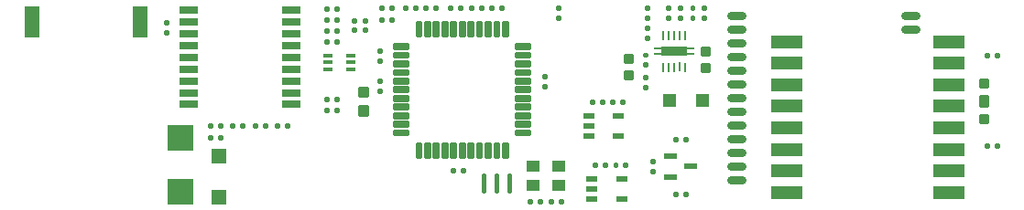
<source format=gtp>
G04 EAGLE Gerber RS-274X export*
G75*
%MOMM*%
%FSLAX34Y34*%
%LPD*%
%INTop Paste*%
%IPPOS*%
%AMOC8*
5,1,8,0,0,1.08239X$1,22.5*%
G01*
%ADD10C,0.250000*%
%ADD11C,0.800000*%
%ADD12C,0.320000*%
%ADD13C,0.450000*%
%ADD14C,0.300000*%
%ADD15R,1.400000X3.000000*%
%ADD16R,1.800000X0.700000*%
%ADD17R,1.800000X0.800000*%
%ADD18R,2.400000X2.400000*%
%ADD19R,1.400000X1.400000*%
%ADD20R,0.700000X0.280000*%
%ADD21R,2.387600X0.863600*%
%ADD22R,0.248919X0.805181*%
%ADD23C,0.222250*%
%ADD24R,1.300000X1.300000*%
%ADD25R,0.812800X0.355600*%
%ADD26R,1.200000X1.100000*%
%ADD27R,0.977900X0.508000*%
%ADD28R,3.000000X1.200000*%
%ADD29R,1.200000X0.600000*%


D10*
X412315Y40620D02*
X414815Y40620D01*
X414815Y38120D01*
X412315Y38120D01*
X412315Y40620D01*
X412315Y40495D02*
X414815Y40495D01*
X405565Y40620D02*
X403065Y40620D01*
X405565Y40620D02*
X405565Y38120D01*
X403065Y38120D01*
X403065Y40620D01*
X403065Y40495D02*
X405565Y40495D01*
D11*
X661384Y30752D02*
X671384Y30752D01*
X671384Y183152D02*
X661384Y183152D01*
X821884Y183152D02*
X831884Y183152D01*
X831884Y170452D02*
X821884Y170452D01*
X671384Y43452D02*
X661384Y43452D01*
X661384Y56152D02*
X671384Y56152D01*
X671384Y68852D02*
X661384Y68852D01*
X661384Y81552D02*
X671384Y81552D01*
X671384Y94252D02*
X661384Y94252D01*
X661384Y106952D02*
X671384Y106952D01*
X671384Y119752D02*
X661384Y119752D01*
X661384Y132352D02*
X671384Y132352D01*
X671384Y144952D02*
X661384Y144952D01*
X661384Y157652D02*
X671384Y157652D01*
X671384Y170452D02*
X661384Y170452D01*
D12*
X371150Y63900D02*
X371150Y52100D01*
X371150Y63900D02*
X374350Y63900D01*
X374350Y52100D01*
X371150Y52100D01*
X371150Y55140D02*
X374350Y55140D01*
X374350Y58180D02*
X371150Y58180D01*
X371150Y61220D02*
X374350Y61220D01*
X379150Y63900D02*
X379150Y52100D01*
X379150Y63900D02*
X382350Y63900D01*
X382350Y52100D01*
X379150Y52100D01*
X379150Y55140D02*
X382350Y55140D01*
X382350Y58180D02*
X379150Y58180D01*
X379150Y61220D02*
X382350Y61220D01*
X387150Y63900D02*
X387150Y52100D01*
X387150Y63900D02*
X390350Y63900D01*
X390350Y52100D01*
X387150Y52100D01*
X387150Y55140D02*
X390350Y55140D01*
X390350Y58180D02*
X387150Y58180D01*
X387150Y61220D02*
X390350Y61220D01*
X395150Y63900D02*
X395150Y52100D01*
X395150Y63900D02*
X398350Y63900D01*
X398350Y52100D01*
X395150Y52100D01*
X395150Y55140D02*
X398350Y55140D01*
X398350Y58180D02*
X395150Y58180D01*
X395150Y61220D02*
X398350Y61220D01*
X403150Y63900D02*
X403150Y52100D01*
X403150Y63900D02*
X406350Y63900D01*
X406350Y52100D01*
X403150Y52100D01*
X403150Y55140D02*
X406350Y55140D01*
X406350Y58180D02*
X403150Y58180D01*
X403150Y61220D02*
X406350Y61220D01*
X411150Y63900D02*
X411150Y52100D01*
X411150Y63900D02*
X414350Y63900D01*
X414350Y52100D01*
X411150Y52100D01*
X411150Y55140D02*
X414350Y55140D01*
X414350Y58180D02*
X411150Y58180D01*
X411150Y61220D02*
X414350Y61220D01*
X419150Y63900D02*
X419150Y52100D01*
X419150Y63900D02*
X422350Y63900D01*
X422350Y52100D01*
X419150Y52100D01*
X419150Y55140D02*
X422350Y55140D01*
X422350Y58180D02*
X419150Y58180D01*
X419150Y61220D02*
X422350Y61220D01*
X427150Y63900D02*
X427150Y52100D01*
X427150Y63900D02*
X430350Y63900D01*
X430350Y52100D01*
X427150Y52100D01*
X427150Y55140D02*
X430350Y55140D01*
X430350Y58180D02*
X427150Y58180D01*
X427150Y61220D02*
X430350Y61220D01*
X435150Y63900D02*
X435150Y52100D01*
X435150Y63900D02*
X438350Y63900D01*
X438350Y52100D01*
X435150Y52100D01*
X435150Y55140D02*
X438350Y55140D01*
X438350Y58180D02*
X435150Y58180D01*
X435150Y61220D02*
X438350Y61220D01*
X443150Y63900D02*
X443150Y52100D01*
X443150Y63900D02*
X446350Y63900D01*
X446350Y52100D01*
X443150Y52100D01*
X443150Y55140D02*
X446350Y55140D01*
X446350Y58180D02*
X443150Y58180D01*
X443150Y61220D02*
X446350Y61220D01*
X451150Y63900D02*
X451150Y52100D01*
X451150Y63900D02*
X454350Y63900D01*
X454350Y52100D01*
X451150Y52100D01*
X451150Y55140D02*
X454350Y55140D01*
X454350Y58180D02*
X451150Y58180D01*
X451150Y61220D02*
X454350Y61220D01*
X463150Y72700D02*
X474950Y72700D01*
X463150Y72700D02*
X463150Y75900D01*
X474950Y75900D01*
X474950Y72700D01*
X474950Y75740D02*
X463150Y75740D01*
X463150Y80700D02*
X474950Y80700D01*
X463150Y80700D02*
X463150Y83900D01*
X474950Y83900D01*
X474950Y80700D01*
X474950Y83740D02*
X463150Y83740D01*
X463150Y88700D02*
X474950Y88700D01*
X463150Y88700D02*
X463150Y91900D01*
X474950Y91900D01*
X474950Y88700D01*
X474950Y91740D02*
X463150Y91740D01*
X463150Y96700D02*
X474950Y96700D01*
X463150Y96700D02*
X463150Y99900D01*
X474950Y99900D01*
X474950Y96700D01*
X474950Y99740D02*
X463150Y99740D01*
X463150Y104700D02*
X474950Y104700D01*
X463150Y104700D02*
X463150Y107900D01*
X474950Y107900D01*
X474950Y104700D01*
X474950Y107740D02*
X463150Y107740D01*
X463150Y112700D02*
X474950Y112700D01*
X463150Y112700D02*
X463150Y115900D01*
X474950Y115900D01*
X474950Y112700D01*
X474950Y115740D02*
X463150Y115740D01*
X463150Y120700D02*
X474950Y120700D01*
X463150Y120700D02*
X463150Y123900D01*
X474950Y123900D01*
X474950Y120700D01*
X474950Y123740D02*
X463150Y123740D01*
X463150Y128700D02*
X474950Y128700D01*
X463150Y128700D02*
X463150Y131900D01*
X474950Y131900D01*
X474950Y128700D01*
X474950Y131740D02*
X463150Y131740D01*
X463150Y136700D02*
X474950Y136700D01*
X463150Y136700D02*
X463150Y139900D01*
X474950Y139900D01*
X474950Y136700D01*
X474950Y139740D02*
X463150Y139740D01*
X463150Y144700D02*
X474950Y144700D01*
X463150Y144700D02*
X463150Y147900D01*
X474950Y147900D01*
X474950Y144700D01*
X474950Y147740D02*
X463150Y147740D01*
X463150Y152700D02*
X474950Y152700D01*
X463150Y152700D02*
X463150Y155900D01*
X474950Y155900D01*
X474950Y152700D01*
X474950Y155740D02*
X463150Y155740D01*
X454350Y164700D02*
X454350Y176500D01*
X454350Y164700D02*
X451150Y164700D01*
X451150Y176500D01*
X454350Y176500D01*
X454350Y167740D02*
X451150Y167740D01*
X451150Y170780D02*
X454350Y170780D01*
X454350Y173820D02*
X451150Y173820D01*
X446350Y176500D02*
X446350Y164700D01*
X443150Y164700D01*
X443150Y176500D01*
X446350Y176500D01*
X446350Y167740D02*
X443150Y167740D01*
X443150Y170780D02*
X446350Y170780D01*
X446350Y173820D02*
X443150Y173820D01*
X438350Y176500D02*
X438350Y164700D01*
X435150Y164700D01*
X435150Y176500D01*
X438350Y176500D01*
X438350Y167740D02*
X435150Y167740D01*
X435150Y170780D02*
X438350Y170780D01*
X438350Y173820D02*
X435150Y173820D01*
X430350Y176500D02*
X430350Y164700D01*
X427150Y164700D01*
X427150Y176500D01*
X430350Y176500D01*
X430350Y167740D02*
X427150Y167740D01*
X427150Y170780D02*
X430350Y170780D01*
X430350Y173820D02*
X427150Y173820D01*
X422350Y176500D02*
X422350Y164700D01*
X419150Y164700D01*
X419150Y176500D01*
X422350Y176500D01*
X422350Y167740D02*
X419150Y167740D01*
X419150Y170780D02*
X422350Y170780D01*
X422350Y173820D02*
X419150Y173820D01*
X414350Y176500D02*
X414350Y164700D01*
X411150Y164700D01*
X411150Y176500D01*
X414350Y176500D01*
X414350Y167740D02*
X411150Y167740D01*
X411150Y170780D02*
X414350Y170780D01*
X414350Y173820D02*
X411150Y173820D01*
X406350Y176500D02*
X406350Y164700D01*
X403150Y164700D01*
X403150Y176500D01*
X406350Y176500D01*
X406350Y167740D02*
X403150Y167740D01*
X403150Y170780D02*
X406350Y170780D01*
X406350Y173820D02*
X403150Y173820D01*
X398350Y176500D02*
X398350Y164700D01*
X395150Y164700D01*
X395150Y176500D01*
X398350Y176500D01*
X398350Y167740D02*
X395150Y167740D01*
X395150Y170780D02*
X398350Y170780D01*
X398350Y173820D02*
X395150Y173820D01*
X390350Y176500D02*
X390350Y164700D01*
X387150Y164700D01*
X387150Y176500D01*
X390350Y176500D01*
X390350Y167740D02*
X387150Y167740D01*
X387150Y170780D02*
X390350Y170780D01*
X390350Y173820D02*
X387150Y173820D01*
X382350Y176500D02*
X382350Y164700D01*
X379150Y164700D01*
X379150Y176500D01*
X382350Y176500D01*
X382350Y167740D02*
X379150Y167740D01*
X379150Y170780D02*
X382350Y170780D01*
X382350Y173820D02*
X379150Y173820D01*
X374350Y176500D02*
X374350Y164700D01*
X371150Y164700D01*
X371150Y176500D01*
X374350Y176500D01*
X374350Y167740D02*
X371150Y167740D01*
X371150Y170780D02*
X374350Y170780D01*
X374350Y173820D02*
X371150Y173820D01*
X362350Y155900D02*
X350550Y155900D01*
X362350Y155900D02*
X362350Y152700D01*
X350550Y152700D01*
X350550Y155900D01*
X350550Y155740D02*
X362350Y155740D01*
X362350Y147900D02*
X350550Y147900D01*
X362350Y147900D02*
X362350Y144700D01*
X350550Y144700D01*
X350550Y147900D01*
X350550Y147740D02*
X362350Y147740D01*
X362350Y139900D02*
X350550Y139900D01*
X362350Y139900D02*
X362350Y136700D01*
X350550Y136700D01*
X350550Y139900D01*
X350550Y139740D02*
X362350Y139740D01*
X362350Y131900D02*
X350550Y131900D01*
X362350Y131900D02*
X362350Y128700D01*
X350550Y128700D01*
X350550Y131900D01*
X350550Y131740D02*
X362350Y131740D01*
X362350Y123900D02*
X350550Y123900D01*
X362350Y123900D02*
X362350Y120700D01*
X350550Y120700D01*
X350550Y123900D01*
X350550Y123740D02*
X362350Y123740D01*
X362350Y115900D02*
X350550Y115900D01*
X362350Y115900D02*
X362350Y112700D01*
X350550Y112700D01*
X350550Y115900D01*
X350550Y115740D02*
X362350Y115740D01*
X362350Y107900D02*
X350550Y107900D01*
X362350Y107900D02*
X362350Y104700D01*
X350550Y104700D01*
X350550Y107900D01*
X350550Y107740D02*
X362350Y107740D01*
X362350Y99900D02*
X350550Y99900D01*
X362350Y99900D02*
X362350Y96700D01*
X350550Y96700D01*
X350550Y99900D01*
X350550Y99740D02*
X362350Y99740D01*
X362350Y91900D02*
X350550Y91900D01*
X362350Y91900D02*
X362350Y88700D01*
X350550Y88700D01*
X350550Y91900D01*
X350550Y91740D02*
X362350Y91740D01*
X362350Y83900D02*
X350550Y83900D01*
X362350Y83900D02*
X362350Y80700D01*
X350550Y80700D01*
X350550Y83900D01*
X350550Y83740D02*
X362350Y83740D01*
X362350Y75900D02*
X350550Y75900D01*
X362350Y75900D02*
X362350Y72700D01*
X350550Y72700D01*
X350550Y75900D01*
X350550Y75740D02*
X362350Y75740D01*
D13*
X432500Y34961D02*
X432500Y20411D01*
X444500Y20411D02*
X444500Y34961D01*
X456500Y34961D02*
X456500Y20411D01*
D10*
X487700Y125295D02*
X487700Y127795D01*
X490200Y127795D01*
X490200Y125295D01*
X487700Y125295D01*
X487700Y127670D02*
X490200Y127670D01*
X487700Y118545D02*
X487700Y116045D01*
X487700Y118545D02*
X490200Y118545D01*
X490200Y116045D01*
X487700Y116045D01*
X487700Y118420D02*
X490200Y118420D01*
X337800Y114735D02*
X337800Y112235D01*
X335300Y112235D01*
X335300Y114735D01*
X337800Y114735D01*
X337800Y114610D02*
X335300Y114610D01*
X337800Y121485D02*
X337800Y123985D01*
X337800Y121485D02*
X335300Y121485D01*
X335300Y123985D01*
X337800Y123985D01*
X337800Y123860D02*
X335300Y123860D01*
X428825Y191750D02*
X431325Y191750D01*
X431325Y189250D01*
X428825Y189250D01*
X428825Y191750D01*
X428825Y191625D02*
X431325Y191625D01*
X422075Y191750D02*
X419575Y191750D01*
X422075Y191750D02*
X422075Y189250D01*
X419575Y189250D01*
X419575Y191750D01*
X419575Y191625D02*
X422075Y191625D01*
X500158Y191559D02*
X500158Y189059D01*
X500158Y191559D02*
X502658Y191559D01*
X502658Y189059D01*
X500158Y189059D01*
X500158Y191434D02*
X502658Y191434D01*
X500158Y182309D02*
X500158Y179809D01*
X500158Y182309D02*
X502658Y182309D01*
X502658Y179809D01*
X500158Y179809D01*
X500158Y182184D02*
X502658Y182184D01*
X403025Y189250D02*
X400525Y189250D01*
X400525Y191750D01*
X403025Y191750D01*
X403025Y189250D01*
X403025Y191625D02*
X400525Y191625D01*
X409775Y189250D02*
X412275Y189250D01*
X409775Y189250D02*
X409775Y191750D01*
X412275Y191750D01*
X412275Y189250D01*
X412275Y191625D02*
X409775Y191625D01*
X324338Y170869D02*
X324338Y168369D01*
X321838Y168369D01*
X321838Y170869D01*
X324338Y170869D01*
X324338Y170744D02*
X321838Y170744D01*
X324338Y177619D02*
X324338Y180119D01*
X324338Y177619D02*
X321838Y177619D01*
X321838Y180119D01*
X324338Y180119D01*
X324338Y179994D02*
X321838Y179994D01*
X311424Y180119D02*
X311424Y177619D01*
X311424Y180119D02*
X313924Y180119D01*
X313924Y177619D01*
X311424Y177619D01*
X311424Y179994D02*
X313924Y179994D01*
X311424Y170869D02*
X311424Y168369D01*
X311424Y170869D02*
X313924Y170869D01*
X313924Y168369D01*
X311424Y168369D01*
X311424Y170744D02*
X313924Y170744D01*
X337800Y142675D02*
X337800Y140175D01*
X335300Y140175D01*
X335300Y142675D01*
X337800Y142675D01*
X337800Y142550D02*
X335300Y142550D01*
X337800Y149425D02*
X337800Y151925D01*
X337800Y149425D02*
X335300Y149425D01*
X335300Y151925D01*
X337800Y151925D01*
X337800Y151800D02*
X335300Y151800D01*
D14*
X325064Y98108D02*
X318064Y98108D01*
X325064Y98108D02*
X325064Y91108D01*
X318064Y91108D01*
X318064Y98108D01*
X318064Y93958D02*
X325064Y93958D01*
X325064Y96808D02*
X318064Y96808D01*
X318064Y115648D02*
X325064Y115648D01*
X325064Y108648D01*
X318064Y108648D01*
X318064Y115648D01*
X318064Y111498D02*
X325064Y111498D01*
X325064Y114348D02*
X318064Y114348D01*
D15*
X115000Y177000D03*
X15000Y177000D03*
D16*
X254500Y101000D03*
D17*
X254500Y111500D03*
X254500Y122500D03*
X254500Y133500D03*
X254500Y144500D03*
X254500Y155500D03*
X254500Y166500D03*
X254500Y177500D03*
D16*
X254500Y188000D03*
X159500Y188000D03*
D17*
X159500Y177500D03*
X159500Y166500D03*
X159500Y155500D03*
X159500Y144500D03*
X159500Y133500D03*
X159500Y122500D03*
X159500Y111500D03*
D16*
X159500Y101000D03*
D10*
X286225Y94000D02*
X288725Y94000D01*
X286225Y94000D02*
X286225Y96500D01*
X288725Y96500D01*
X288725Y94000D01*
X288725Y96375D02*
X286225Y96375D01*
X295475Y94000D02*
X297975Y94000D01*
X295475Y94000D02*
X295475Y96500D01*
X297975Y96500D01*
X297975Y94000D01*
X297975Y96375D02*
X295475Y96375D01*
X288725Y104414D02*
X286225Y104414D01*
X286225Y106914D01*
X288725Y106914D01*
X288725Y104414D01*
X288725Y106789D02*
X286225Y106789D01*
X295475Y104414D02*
X297975Y104414D01*
X295475Y104414D02*
X295475Y106914D01*
X297975Y106914D01*
X297975Y104414D01*
X297975Y106789D02*
X295475Y106789D01*
X222685Y79776D02*
X220185Y79776D01*
X220185Y82276D01*
X222685Y82276D01*
X222685Y79776D01*
X222685Y82151D02*
X220185Y82151D01*
X229435Y79776D02*
X231935Y79776D01*
X229435Y79776D02*
X229435Y82276D01*
X231935Y82276D01*
X231935Y79776D01*
X231935Y82151D02*
X229435Y82151D01*
X180775Y79776D02*
X178275Y79776D01*
X178275Y82276D01*
X180775Y82276D01*
X180775Y79776D01*
X180775Y82151D02*
X178275Y82151D01*
X187525Y79776D02*
X190025Y79776D01*
X187525Y79776D02*
X187525Y82276D01*
X190025Y82276D01*
X190025Y79776D01*
X190025Y82151D02*
X187525Y82151D01*
X295475Y170160D02*
X297975Y170160D01*
X297975Y167660D01*
X295475Y167660D01*
X295475Y170160D01*
X295475Y170035D02*
X297975Y170035D01*
X288725Y170160D02*
X286225Y170160D01*
X288725Y170160D02*
X288725Y167660D01*
X286225Y167660D01*
X286225Y170160D01*
X286225Y170035D02*
X288725Y170035D01*
X295475Y180320D02*
X297975Y180320D01*
X297975Y177820D01*
X295475Y177820D01*
X295475Y180320D01*
X295475Y180195D02*
X297975Y180195D01*
X288725Y180320D02*
X286225Y180320D01*
X288725Y180320D02*
X288725Y177820D01*
X286225Y177820D01*
X286225Y180320D01*
X286225Y180195D02*
X288725Y180195D01*
X295475Y190480D02*
X297975Y190480D01*
X297975Y187980D01*
X295475Y187980D01*
X295475Y190480D01*
X295475Y190355D02*
X297975Y190355D01*
X288725Y190480D02*
X286225Y190480D01*
X288725Y190480D02*
X288725Y187980D01*
X286225Y187980D01*
X286225Y190480D01*
X286225Y190355D02*
X288725Y190355D01*
X190025Y71100D02*
X187525Y71100D01*
X190025Y71100D02*
X190025Y68600D01*
X187525Y68600D01*
X187525Y71100D01*
X187525Y70975D02*
X190025Y70975D01*
X180775Y71100D02*
X178275Y71100D01*
X180775Y71100D02*
X180775Y68600D01*
X178275Y68600D01*
X178275Y71100D01*
X178275Y70975D02*
X180775Y70975D01*
D18*
X152400Y69450D03*
X152400Y19450D03*
D19*
X187706Y52528D03*
X187706Y14528D03*
D20*
X593642Y152500D03*
X593642Y147500D03*
X623642Y152500D03*
X623642Y147500D03*
D21*
X608642Y150000D03*
D22*
X598634Y164770D03*
X603638Y164745D03*
X603638Y164745D03*
X608642Y164719D03*
X613646Y164745D03*
X618675Y164770D03*
X598634Y135255D03*
X603638Y135230D03*
X608642Y135255D03*
X613646Y135306D03*
X618650Y135255D03*
D10*
X612622Y189243D02*
X612622Y191743D01*
X615122Y191743D01*
X615122Y189243D01*
X612622Y189243D01*
X612622Y191618D02*
X615122Y191618D01*
X612622Y182493D02*
X612622Y179993D01*
X612622Y182493D02*
X615122Y182493D01*
X615122Y179993D01*
X612622Y179993D01*
X612622Y182368D02*
X615122Y182368D01*
X604352Y182623D02*
X604352Y180123D01*
X601852Y180123D01*
X601852Y182623D01*
X604352Y182623D01*
X604352Y182498D02*
X601852Y182498D01*
X604352Y189373D02*
X604352Y191873D01*
X604352Y189373D02*
X601852Y189373D01*
X601852Y191873D01*
X604352Y191873D01*
X604352Y191748D02*
X601852Y191748D01*
D23*
X633808Y153546D02*
X633808Y146878D01*
X633808Y153546D02*
X640476Y153546D01*
X640476Y146878D01*
X633808Y146878D01*
X633808Y148990D02*
X640476Y148990D01*
X640476Y151102D02*
X633808Y151102D01*
X633808Y153214D02*
X640476Y153214D01*
X633808Y138306D02*
X633808Y131638D01*
X633808Y138306D02*
X640476Y138306D01*
X640476Y131638D01*
X633808Y131638D01*
X633808Y133750D02*
X640476Y133750D01*
X640476Y135862D02*
X633808Y135862D01*
X633808Y137974D02*
X640476Y137974D01*
D10*
X580892Y145475D02*
X580892Y147975D01*
X583392Y147975D01*
X583392Y145475D01*
X580892Y145475D01*
X580892Y147850D02*
X583392Y147850D01*
X580892Y138725D02*
X580892Y136225D01*
X580892Y138725D02*
X583392Y138725D01*
X583392Y136225D01*
X580892Y136225D01*
X580892Y138600D02*
X583392Y138600D01*
X582648Y170277D02*
X582648Y172777D01*
X585148Y172777D01*
X585148Y170277D01*
X582648Y170277D01*
X582648Y172652D02*
X585148Y172652D01*
X582648Y163527D02*
X582648Y161027D01*
X582648Y163527D02*
X585148Y163527D01*
X585148Y161027D01*
X582648Y161027D01*
X582648Y163402D02*
X585148Y163402D01*
X582648Y189327D02*
X582648Y191827D01*
X585148Y191827D01*
X585148Y189327D01*
X582648Y189327D01*
X582648Y191702D02*
X585148Y191702D01*
X582648Y182577D02*
X582648Y180077D01*
X582648Y182577D02*
X585148Y182577D01*
X585148Y180077D01*
X582648Y180077D01*
X582648Y182452D02*
X585148Y182452D01*
D23*
X563058Y146493D02*
X563058Y139825D01*
X563058Y146493D02*
X569726Y146493D01*
X569726Y139825D01*
X563058Y139825D01*
X563058Y141937D02*
X569726Y141937D01*
X569726Y144049D02*
X563058Y144049D01*
X563058Y146161D02*
X569726Y146161D01*
X563058Y131253D02*
X563058Y124585D01*
X563058Y131253D02*
X569726Y131253D01*
X569726Y124585D01*
X563058Y124585D01*
X563058Y126697D02*
X569726Y126697D01*
X569726Y128809D02*
X563058Y128809D01*
X563058Y130921D02*
X569726Y130921D01*
D24*
X634526Y104732D03*
X604526Y104732D03*
D25*
X288544Y146200D03*
X288544Y139700D03*
X288544Y133200D03*
X309372Y133200D03*
X309372Y139700D03*
X309372Y146200D03*
D10*
X288725Y157500D02*
X286225Y157500D01*
X286225Y160000D01*
X288725Y160000D01*
X288725Y157500D01*
X288725Y159875D02*
X286225Y159875D01*
X295475Y157500D02*
X297975Y157500D01*
X295475Y157500D02*
X295475Y160000D01*
X297975Y160000D01*
X297975Y157500D01*
X297975Y159875D02*
X295475Y159875D01*
X502993Y11918D02*
X505493Y11918D01*
X505493Y9418D01*
X502993Y9418D01*
X502993Y11918D01*
X502993Y11793D02*
X505493Y11793D01*
X496243Y11918D02*
X493743Y11918D01*
X496243Y11918D02*
X496243Y9418D01*
X493743Y9418D01*
X493743Y11918D01*
X493743Y11793D02*
X496243Y11793D01*
X476685Y9418D02*
X474185Y9418D01*
X474185Y11918D01*
X476685Y11918D01*
X476685Y9418D01*
X476685Y11793D02*
X474185Y11793D01*
X483435Y9418D02*
X485935Y9418D01*
X483435Y9418D02*
X483435Y11918D01*
X485935Y11918D01*
X485935Y9418D01*
X485935Y11793D02*
X483435Y11793D01*
D26*
X478470Y25540D03*
X501970Y25540D03*
X501970Y43040D03*
X478470Y43040D03*
D10*
X450375Y191750D02*
X447875Y191750D01*
X450375Y191750D02*
X450375Y189250D01*
X447875Y189250D01*
X447875Y191750D01*
X447875Y191625D02*
X450375Y191625D01*
X441125Y191750D02*
X438625Y191750D01*
X441125Y191750D02*
X441125Y189250D01*
X438625Y189250D01*
X438625Y191750D01*
X438625Y191625D02*
X441125Y191625D01*
X905710Y147300D02*
X908210Y147300D01*
X908210Y144800D01*
X905710Y144800D01*
X905710Y147300D01*
X905710Y147175D02*
X908210Y147175D01*
X898960Y147300D02*
X896460Y147300D01*
X898960Y147300D02*
X898960Y144800D01*
X896460Y144800D01*
X896460Y147300D01*
X896460Y147175D02*
X898960Y147175D01*
X243005Y79776D02*
X240505Y79776D01*
X240505Y82276D01*
X243005Y82276D01*
X243005Y79776D01*
X243005Y82151D02*
X240505Y82151D01*
X249755Y79776D02*
X252255Y79776D01*
X249755Y79776D02*
X249755Y82276D01*
X252255Y82276D01*
X252255Y79776D01*
X252255Y82151D02*
X249755Y82151D01*
X201095Y79776D02*
X198595Y79776D01*
X198595Y82276D01*
X201095Y82276D01*
X201095Y79776D01*
X201095Y82151D02*
X198595Y82151D01*
X207845Y79776D02*
X210345Y79776D01*
X207845Y79776D02*
X207845Y82276D01*
X210345Y82276D01*
X210345Y79776D01*
X210345Y82151D02*
X207845Y82151D01*
D27*
X529908Y90272D03*
X529908Y80772D03*
X529908Y71272D03*
X557213Y71272D03*
X557213Y90272D03*
X532702Y31852D03*
X532702Y22352D03*
X532702Y12852D03*
X560007Y12852D03*
X560007Y31852D03*
D10*
X552885Y101874D02*
X550385Y101874D01*
X550385Y104374D01*
X552885Y104374D01*
X552885Y101874D01*
X552885Y104249D02*
X550385Y104249D01*
X559635Y101874D02*
X562135Y101874D01*
X559635Y101874D02*
X559635Y104374D01*
X562135Y104374D01*
X562135Y101874D01*
X562135Y104249D02*
X559635Y104249D01*
X562429Y45954D02*
X564929Y45954D01*
X564929Y43454D01*
X562429Y43454D01*
X562429Y45954D01*
X562429Y45829D02*
X564929Y45829D01*
X555679Y45954D02*
X553179Y45954D01*
X555679Y45954D02*
X555679Y43454D01*
X553179Y43454D01*
X553179Y45954D01*
X553179Y45829D02*
X555679Y45829D01*
X545879Y45954D02*
X543379Y45954D01*
X545879Y45954D02*
X545879Y43454D01*
X543379Y43454D01*
X543379Y45954D01*
X543379Y45829D02*
X545879Y45829D01*
X536629Y45954D02*
X534129Y45954D01*
X536629Y45954D02*
X536629Y43454D01*
X534129Y43454D01*
X534129Y45954D01*
X534129Y45829D02*
X536629Y45829D01*
X540585Y104374D02*
X543085Y104374D01*
X543085Y101874D01*
X540585Y101874D01*
X540585Y104374D01*
X540585Y104249D02*
X543085Y104249D01*
X533835Y104374D02*
X531335Y104374D01*
X533835Y104374D02*
X533835Y101874D01*
X531335Y101874D01*
X531335Y104374D01*
X531335Y104249D02*
X533835Y104249D01*
X348775Y180320D02*
X346275Y180320D01*
X348775Y180320D02*
X348775Y177820D01*
X346275Y177820D01*
X346275Y180320D01*
X346275Y180195D02*
X348775Y180195D01*
X339525Y180320D02*
X337025Y180320D01*
X339525Y180320D02*
X339525Y177820D01*
X337025Y177820D01*
X337025Y180320D01*
X337025Y180195D02*
X339525Y180195D01*
X339525Y189250D02*
X337025Y189250D01*
X337025Y191750D01*
X339525Y191750D01*
X339525Y189250D01*
X339525Y191625D02*
X337025Y191625D01*
X346275Y189250D02*
X348775Y189250D01*
X346275Y189250D02*
X346275Y191750D01*
X348775Y191750D01*
X348775Y189250D01*
X348775Y191625D02*
X346275Y191625D01*
X140354Y169125D02*
X140354Y166625D01*
X137854Y166625D01*
X137854Y169125D01*
X140354Y169125D01*
X140354Y169000D02*
X137854Y169000D01*
X140354Y175875D02*
X140354Y178375D01*
X140354Y175875D02*
X137854Y175875D01*
X137854Y178375D01*
X140354Y178375D01*
X140354Y178250D02*
X137854Y178250D01*
D28*
X712400Y98900D03*
X712400Y118900D03*
X712400Y138900D03*
X712400Y158900D03*
X712400Y78900D03*
X712400Y58900D03*
X712400Y38900D03*
X712400Y18900D03*
X862400Y18900D03*
X862400Y38900D03*
X862400Y58900D03*
X862400Y78900D03*
X862400Y98900D03*
X862400Y118900D03*
X862400Y138900D03*
X862400Y158900D03*
D10*
X896460Y60980D02*
X898960Y60980D01*
X896460Y60980D02*
X896460Y63480D01*
X898960Y63480D01*
X898960Y60980D01*
X898960Y63355D02*
X896460Y63355D01*
X905710Y60980D02*
X908210Y60980D01*
X905710Y60980D02*
X905710Y63480D01*
X908210Y63480D01*
X908210Y60980D01*
X908210Y63355D02*
X905710Y63355D01*
X580946Y125041D02*
X580946Y127541D01*
X583446Y127541D01*
X583446Y125041D01*
X580946Y125041D01*
X580946Y127416D02*
X583446Y127416D01*
X580946Y118291D02*
X580946Y115791D01*
X580946Y118291D02*
X583446Y118291D01*
X583446Y115791D01*
X580946Y115791D01*
X580946Y118166D02*
X583446Y118166D01*
X637600Y180053D02*
X637600Y182553D01*
X637600Y180053D02*
X635100Y180053D01*
X635100Y182553D01*
X637600Y182553D01*
X637600Y182428D02*
X635100Y182428D01*
X637600Y189303D02*
X637600Y191803D01*
X637600Y189303D02*
X635100Y189303D01*
X635100Y191803D01*
X637600Y191803D01*
X637600Y191678D02*
X635100Y191678D01*
X624306Y191803D02*
X624306Y189303D01*
X624306Y191803D02*
X626806Y191803D01*
X626806Y189303D01*
X624306Y189303D01*
X624306Y191678D02*
X626806Y191678D01*
X624306Y182553D02*
X624306Y180053D01*
X624306Y182553D02*
X626806Y182553D01*
X626806Y180053D01*
X624306Y180053D01*
X624306Y182428D02*
X626806Y182428D01*
D29*
X623426Y43180D03*
X605426Y33680D03*
X605426Y52680D03*
D23*
X898334Y102046D02*
X898334Y108714D01*
X898334Y102046D02*
X891666Y102046D01*
X891666Y108714D01*
X898334Y108714D01*
X898334Y104158D02*
X891666Y104158D01*
X891666Y106270D02*
X898334Y106270D01*
X898334Y108382D02*
X891666Y108382D01*
X898334Y117286D02*
X898334Y123954D01*
X898334Y117286D02*
X891666Y117286D01*
X891666Y123954D01*
X898334Y123954D01*
X898334Y119398D02*
X891666Y119398D01*
X891666Y121510D02*
X898334Y121510D01*
X898334Y123622D02*
X891666Y123622D01*
X891666Y105954D02*
X891666Y99286D01*
X891666Y105954D02*
X898334Y105954D01*
X898334Y99286D01*
X891666Y99286D01*
X891666Y101398D02*
X898334Y101398D01*
X898334Y103510D02*
X891666Y103510D01*
X891666Y105622D02*
X898334Y105622D01*
X891666Y90714D02*
X891666Y84046D01*
X891666Y90714D02*
X898334Y90714D01*
X898334Y84046D01*
X891666Y84046D01*
X891666Y86158D02*
X898334Y86158D01*
X898334Y88270D02*
X891666Y88270D01*
X891666Y90382D02*
X898334Y90382D01*
D10*
X620301Y69830D02*
X617801Y69830D01*
X620301Y69830D02*
X620301Y67330D01*
X617801Y67330D01*
X617801Y69830D01*
X617801Y69705D02*
X620301Y69705D01*
X611051Y69830D02*
X608551Y69830D01*
X611051Y69830D02*
X611051Y67330D01*
X608551Y67330D01*
X608551Y69830D01*
X608551Y69705D02*
X611051Y69705D01*
X611051Y16530D02*
X608551Y16530D01*
X608551Y19030D01*
X611051Y19030D01*
X611051Y16530D01*
X611051Y18905D02*
X608551Y18905D01*
X617801Y16530D02*
X620301Y16530D01*
X617801Y16530D02*
X617801Y19030D01*
X620301Y19030D01*
X620301Y16530D01*
X620301Y18905D02*
X617801Y18905D01*
X380165Y189250D02*
X377665Y189250D01*
X377665Y191750D01*
X380165Y191750D01*
X380165Y189250D01*
X380165Y191625D02*
X377665Y191625D01*
X386915Y189250D02*
X389415Y189250D01*
X386915Y189250D02*
X386915Y191750D01*
X389415Y191750D01*
X389415Y189250D01*
X389415Y191625D02*
X386915Y191625D01*
X361369Y189250D02*
X358869Y189250D01*
X358869Y191750D01*
X361369Y191750D01*
X361369Y189250D01*
X361369Y191625D02*
X358869Y191625D01*
X368119Y189250D02*
X370619Y189250D01*
X368119Y189250D02*
X368119Y191750D01*
X370619Y191750D01*
X370619Y189250D01*
X370619Y191625D02*
X368119Y191625D01*
X590276Y39805D02*
X590276Y37305D01*
X587776Y37305D01*
X587776Y39805D01*
X590276Y39805D01*
X590276Y39680D02*
X587776Y39680D01*
X590276Y46555D02*
X590276Y49055D01*
X590276Y46555D02*
X587776Y46555D01*
X587776Y49055D01*
X590276Y49055D01*
X590276Y48930D02*
X587776Y48930D01*
M02*

</source>
